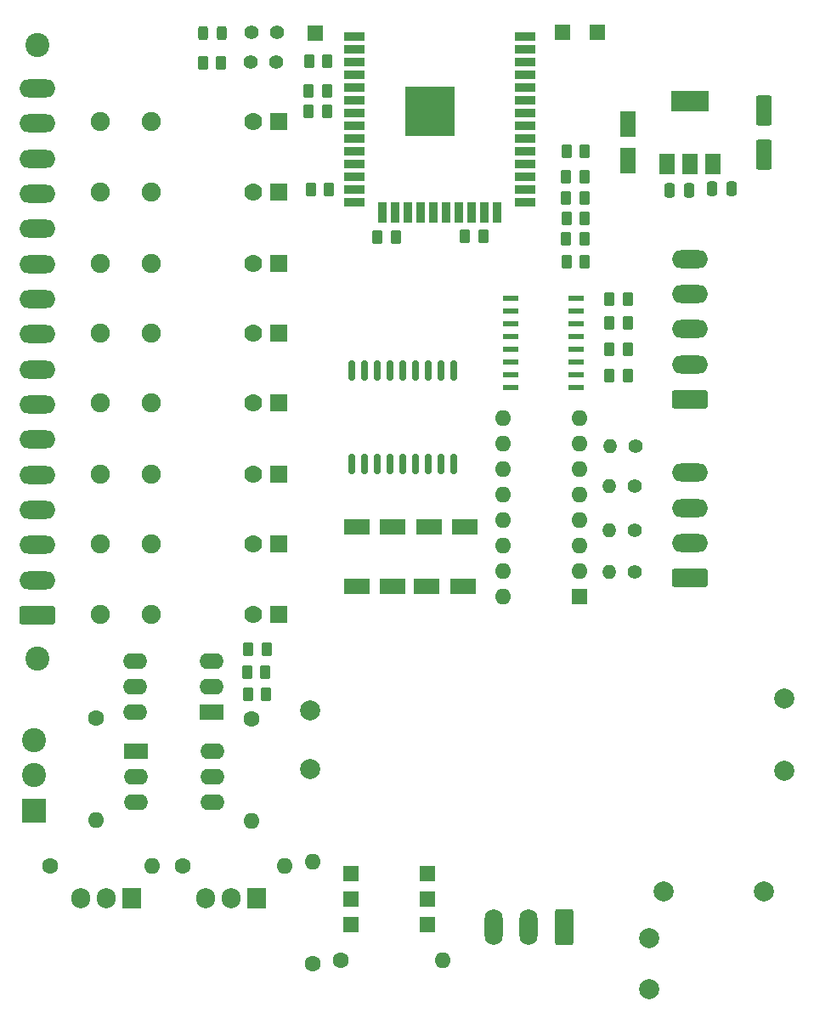
<source format=gbr>
%TF.GenerationSoftware,KiCad,Pcbnew,7.99.0-unknown-9f10c142c4~166~ubuntu22.04.1*%
%TF.CreationDate,2023-02-17T16:36:42+01:00*%
%TF.ProjectId,int_out,696e745f-6f75-4742-9e6b-696361645f70,rev?*%
%TF.SameCoordinates,Original*%
%TF.FileFunction,Soldermask,Top*%
%TF.FilePolarity,Negative*%
%FSLAX46Y46*%
G04 Gerber Fmt 4.6, Leading zero omitted, Abs format (unit mm)*
G04 Created by KiCad (PCBNEW 7.99.0-unknown-9f10c142c4~166~ubuntu22.04.1) date 2023-02-17 16:36:42*
%MOMM*%
%LPD*%
G01*
G04 APERTURE LIST*
G04 Aperture macros list*
%AMRoundRect*
0 Rectangle with rounded corners*
0 $1 Rounding radius*
0 $2 $3 $4 $5 $6 $7 $8 $9 X,Y pos of 4 corners*
0 Add a 4 corners polygon primitive as box body*
4,1,4,$2,$3,$4,$5,$6,$7,$8,$9,$2,$3,0*
0 Add four circle primitives for the rounded corners*
1,1,$1+$1,$2,$3*
1,1,$1+$1,$4,$5*
1,1,$1+$1,$6,$7*
1,1,$1+$1,$8,$9*
0 Add four rect primitives between the rounded corners*
20,1,$1+$1,$2,$3,$4,$5,0*
20,1,$1+$1,$4,$5,$6,$7,0*
20,1,$1+$1,$6,$7,$8,$9,0*
20,1,$1+$1,$8,$9,$2,$3,0*%
G04 Aperture macros list end*
%ADD10RoundRect,0.250000X-0.262500X-0.450000X0.262500X-0.450000X0.262500X0.450000X-0.262500X0.450000X0*%
%ADD11RoundRect,0.250000X1.050000X0.550000X-1.050000X0.550000X-1.050000X-0.550000X1.050000X-0.550000X0*%
%ADD12RoundRect,0.250000X-0.250000X-0.475000X0.250000X-0.475000X0.250000X0.475000X-0.250000X0.475000X0*%
%ADD13R,1.500000X2.000000*%
%ADD14R,3.800000X2.000000*%
%ADD15C,1.600000*%
%ADD16O,1.600000X1.600000*%
%ADD17RoundRect,0.243750X-0.243750X-0.456250X0.243750X-0.456250X0.243750X0.456250X-0.243750X0.456250X0*%
%ADD18RoundRect,0.250000X0.262500X0.450000X-0.262500X0.450000X-0.262500X-0.450000X0.262500X-0.450000X0*%
%ADD19RoundRect,0.150000X-0.150000X0.875000X-0.150000X-0.875000X0.150000X-0.875000X0.150000X0.875000X0*%
%ADD20C,2.000000*%
%ADD21C,1.400000*%
%ADD22O,1.400000X1.400000*%
%ADD23RoundRect,0.250000X1.550000X-0.650000X1.550000X0.650000X-1.550000X0.650000X-1.550000X-0.650000X0*%
%ADD24O,3.600000X1.800000*%
%ADD25R,1.500000X1.500000*%
%ADD26RoundRect,0.250000X-0.550000X1.250000X-0.550000X-1.250000X0.550000X-1.250000X0.550000X1.250000X0*%
%ADD27R,1.778000X1.778000*%
%ADD28C,1.778000*%
%ADD29C,1.900000*%
%ADD30RoundRect,0.250000X-0.550000X1.050000X-0.550000X-1.050000X0.550000X-1.050000X0.550000X1.050000X0*%
%ADD31R,2.400000X2.400000*%
%ADD32C,2.400000*%
%ADD33R,1.600000X1.600000*%
%ADD34RoundRect,0.250000X0.250000X0.475000X-0.250000X0.475000X-0.250000X-0.475000X0.250000X-0.475000X0*%
%ADD35R,2.400000X1.600000*%
%ADD36O,2.400000X1.600000*%
%ADD37RoundRect,0.137500X0.662500X0.137500X-0.662500X0.137500X-0.662500X-0.137500X0.662500X-0.137500X0*%
%ADD38R,1.905000X2.000000*%
%ADD39O,1.905000X2.000000*%
%ADD40RoundRect,0.250000X0.650000X1.550000X-0.650000X1.550000X-0.650000X-1.550000X0.650000X-1.550000X0*%
%ADD41O,1.800000X3.600000*%
%ADD42R,2.000000X0.900000*%
%ADD43R,0.900000X2.000000*%
%ADD44R,5.000000X5.000000*%
G04 APERTURE END LIST*
D10*
%TO.C,R13*%
X131675000Y-58900000D03*
X133500000Y-58900000D03*
%TD*%
D11*
%TO.C,C2*%
X114400000Y-97600000D03*
X110800000Y-97600000D03*
%TD*%
D12*
%TO.C,C6*%
X146250000Y-58000000D03*
X148150000Y-58000000D03*
%TD*%
D13*
%TO.C,U5*%
X141699999Y-55549999D03*
X143999999Y-55549999D03*
D14*
X143999999Y-49249999D03*
D13*
X146299999Y-55549999D03*
%TD*%
D15*
%TO.C,R1*%
X93470000Y-125450000D03*
D16*
X103629999Y-125449999D03*
%TD*%
D17*
%TO.C,D1*%
X95475000Y-42500000D03*
X97350000Y-42500000D03*
%TD*%
D18*
%TO.C,R15*%
X114712500Y-62800000D03*
X112887500Y-62800000D03*
%TD*%
D11*
%TO.C,C3*%
X121600000Y-91694000D03*
X118000000Y-91694000D03*
%TD*%
D10*
%TO.C,R11*%
X106237500Y-58050000D03*
X108062500Y-58050000D03*
%TD*%
%TO.C,R20*%
X95475000Y-45450000D03*
X97300000Y-45450000D03*
%TD*%
%TO.C,R24*%
X135975000Y-71400000D03*
X137800000Y-71400000D03*
%TD*%
D19*
%TO.C,U7*%
X120480000Y-76150000D03*
X119210000Y-76150000D03*
X117940000Y-76150000D03*
X116670000Y-76150000D03*
X115400000Y-76150000D03*
X114130000Y-76150000D03*
X112860000Y-76150000D03*
X111590000Y-76150000D03*
X110320000Y-76150000D03*
X110320000Y-85450000D03*
X111590000Y-85450000D03*
X112860000Y-85450000D03*
X114130000Y-85450000D03*
X115400000Y-85450000D03*
X116670000Y-85450000D03*
X117940000Y-85450000D03*
X119210000Y-85450000D03*
X120480000Y-85450000D03*
%TD*%
D20*
%TO.C,C8*%
X151400000Y-128000000D03*
X141400000Y-128000000D03*
%TD*%
D15*
%TO.C,R2*%
X80220000Y-125450000D03*
D16*
X90379999Y-125449999D03*
%TD*%
D20*
%TO.C,F1*%
X139954000Y-132715000D03*
X139954000Y-137795000D03*
%TD*%
D15*
%TO.C,R3*%
X84800000Y-110720000D03*
D16*
X84799999Y-120879999D03*
%TD*%
D15*
%TO.C,R10*%
X109220000Y-134874000D03*
D16*
X119379999Y-134873999D03*
%TD*%
D20*
%TO.C,H1*%
X153425000Y-108800000D03*
%TD*%
D18*
%TO.C,R7*%
X101712500Y-106200000D03*
X99887500Y-106200000D03*
%TD*%
D21*
%TO.C,R27*%
X138507000Y-92075000D03*
D22*
X135966999Y-92074999D03*
%TD*%
D11*
%TO.C,C1*%
X121400000Y-97600000D03*
X117800000Y-97600000D03*
%TD*%
D23*
%TO.C,J4*%
X144000000Y-96800000D03*
D24*
X143999999Y-93299999D03*
X143999999Y-89799999D03*
X143999999Y-86299999D03*
%TD*%
D18*
%TO.C,R8*%
X101825000Y-103850000D03*
X100000000Y-103850000D03*
%TD*%
D25*
%TO.C,TP2*%
X131299999Y-42449999D03*
%TD*%
D26*
%TO.C,C9*%
X151400000Y-50200000D03*
X151400000Y-54600000D03*
%TD*%
D21*
%TO.C,R28*%
X138507000Y-87630000D03*
D22*
X135966999Y-87629999D03*
%TD*%
D15*
%TO.C,R5*%
X100350000Y-110840000D03*
D16*
X100349999Y-120999999D03*
%TD*%
D10*
%TO.C,R19*%
X106037500Y-45275000D03*
X107862500Y-45275000D03*
%TD*%
D18*
%TO.C,R17*%
X133487500Y-56825000D03*
X131662500Y-56825000D03*
%TD*%
%TO.C,R18*%
X133500000Y-63000000D03*
X131675000Y-63000000D03*
%TD*%
D27*
%TO.C,K1*%
X103009999Y-51322499D03*
D28*
X100470000Y-51322500D03*
D29*
X90310000Y-51322500D03*
X85230000Y-51322500D03*
%TD*%
D30*
%TO.C,C5*%
X137800000Y-51600000D03*
X137800000Y-55200000D03*
%TD*%
D10*
%TO.C,R14*%
X131700000Y-54250000D03*
X133525000Y-54250000D03*
%TD*%
D31*
%TO.C,J1*%
X78649999Y-119949999D03*
D32*
X78650000Y-116450000D03*
X78650000Y-112950000D03*
%TD*%
D18*
%TO.C,R30*%
X107850000Y-48275000D03*
X106025000Y-48275000D03*
%TD*%
D32*
%TO.C,J2*%
X78992500Y-104800000D03*
X78992500Y-43700000D03*
D23*
X78992500Y-100500000D03*
D24*
X78992499Y-96999999D03*
X78992499Y-93499999D03*
X78992499Y-89999999D03*
X78992499Y-86499999D03*
X78992499Y-82999999D03*
X78992499Y-79499999D03*
X78992499Y-75999999D03*
X78992499Y-72499999D03*
X78992499Y-68999999D03*
X78992499Y-65499999D03*
X78992499Y-61999999D03*
X78992499Y-58499999D03*
X78992499Y-54999999D03*
X78992499Y-51499999D03*
X78992499Y-47999999D03*
%TD*%
D33*
%TO.C,U1*%
X110235999Y-126237999D03*
X110235999Y-128777999D03*
X110235999Y-131317999D03*
X117855999Y-131317999D03*
X117855999Y-128777999D03*
X117855999Y-126237999D03*
%TD*%
D20*
%TO.C,H4*%
X106200000Y-115800000D03*
%TD*%
D34*
%TO.C,C7*%
X143900000Y-58200000D03*
X142000000Y-58200000D03*
%TD*%
D35*
%TO.C,U3*%
X96374999Y-110174999D03*
D36*
X96374999Y-107634999D03*
X96374999Y-105094999D03*
X88754999Y-105094999D03*
X88754999Y-107634999D03*
X88754999Y-110174999D03*
%TD*%
D35*
%TO.C,U2*%
X88774999Y-114074999D03*
D36*
X88774999Y-116614999D03*
X88774999Y-119154999D03*
X96394999Y-119154999D03*
X96394999Y-116614999D03*
X96394999Y-114074999D03*
%TD*%
D20*
%TO.C,H2*%
X153400000Y-116025000D03*
%TD*%
D10*
%TO.C,R23*%
X135975000Y-74000000D03*
X137800000Y-74000000D03*
%TD*%
D37*
%TO.C,U6*%
X132650000Y-77845000D03*
X132650000Y-76575000D03*
X132650000Y-75305000D03*
X132650000Y-74035000D03*
X132650000Y-72765000D03*
X132650000Y-71495000D03*
X132650000Y-70225000D03*
X132650000Y-68955000D03*
X126150000Y-68955000D03*
X126150000Y-70225000D03*
X126150000Y-71495000D03*
X126150000Y-72765000D03*
X126150000Y-74035000D03*
X126150000Y-75305000D03*
X126150000Y-76575000D03*
X126150000Y-77845000D03*
%TD*%
D10*
%TO.C,R22*%
X131712500Y-65300000D03*
X133537500Y-65300000D03*
%TD*%
D27*
%TO.C,K3*%
X103009999Y-65422499D03*
D28*
X100470000Y-65422500D03*
D29*
X90310000Y-65422500D03*
X85230000Y-65422500D03*
%TD*%
D38*
%TO.C,Q2*%
X100839999Y-128654999D03*
D39*
X98299999Y-128654999D03*
X95759999Y-128654999D03*
%TD*%
D21*
%TO.C,JP1*%
X102900000Y-42400000D03*
X100360000Y-42400000D03*
%TD*%
D27*
%TO.C,K2*%
X103009999Y-58322499D03*
D28*
X100470000Y-58322500D03*
D29*
X90310000Y-58322500D03*
X85230000Y-58322500D03*
%TD*%
D21*
%TO.C,R26*%
X138507000Y-96200000D03*
D22*
X135966999Y-96199999D03*
%TD*%
D15*
%TO.C,R9*%
X106426000Y-135255000D03*
D16*
X106425999Y-125094999D03*
%TD*%
D10*
%TO.C,R21*%
X135975000Y-76600000D03*
X137800000Y-76600000D03*
%TD*%
D33*
%TO.C,U8*%
X132999999Y-98674999D03*
D16*
X132999999Y-96134999D03*
X132999999Y-93594999D03*
X132999999Y-91054999D03*
X132999999Y-88514999D03*
X132999999Y-85974999D03*
X132999999Y-83434999D03*
X132999999Y-80894999D03*
X125379999Y-80894999D03*
X125379999Y-83434999D03*
X125379999Y-85974999D03*
X125379999Y-88514999D03*
X125379999Y-91054999D03*
X125379999Y-93594999D03*
X125379999Y-96134999D03*
X125379999Y-98674999D03*
%TD*%
D40*
%TO.C,J5*%
X131445000Y-131572000D03*
D41*
X127944999Y-131571999D03*
X124444999Y-131571999D03*
%TD*%
D18*
%TO.C,R6*%
X107837500Y-50250000D03*
X106012500Y-50250000D03*
%TD*%
D25*
%TO.C,TP1*%
X134799999Y-42399999D03*
%TD*%
D27*
%TO.C,K8*%
X103009999Y-100422499D03*
D28*
X100470000Y-100422500D03*
D29*
X90310000Y-100422500D03*
X85230000Y-100422500D03*
%TD*%
D21*
%TO.C,JP2*%
X102750000Y-45400000D03*
X100210000Y-45400000D03*
%TD*%
D27*
%TO.C,K4*%
X103009999Y-72422499D03*
D28*
X100470000Y-72422500D03*
D29*
X90310000Y-72422500D03*
X85230000Y-72422500D03*
%TD*%
D23*
%TO.C,J3*%
X144000000Y-79000000D03*
D24*
X143999999Y-75499999D03*
X143999999Y-71999999D03*
X143999999Y-68499999D03*
X143999999Y-64999999D03*
%TD*%
D21*
%TO.C,R29*%
X138634000Y-83693000D03*
D22*
X136093999Y-83692999D03*
%TD*%
D10*
%TO.C,R12*%
X131700000Y-61000000D03*
X133525000Y-61000000D03*
%TD*%
D27*
%TO.C,K5*%
X103009999Y-79322499D03*
D28*
X100470000Y-79322500D03*
D29*
X90310000Y-79322500D03*
X85230000Y-79322500D03*
%TD*%
D10*
%TO.C,R25*%
X135975000Y-69000000D03*
X137800000Y-69000000D03*
%TD*%
D38*
%TO.C,Q1*%
X88349999Y-128699999D03*
D39*
X85809999Y-128699999D03*
X83269999Y-128699999D03*
%TD*%
D11*
%TO.C,C4*%
X114400000Y-91694000D03*
X110800000Y-91694000D03*
%TD*%
D42*
%TO.C,U4*%
X110599999Y-42819999D03*
X110599999Y-44089999D03*
X110599999Y-45359999D03*
X110599999Y-46629999D03*
X110599999Y-47899999D03*
X110599999Y-49169999D03*
X110599999Y-50439999D03*
X110599999Y-51709999D03*
X110599999Y-52979999D03*
X110599999Y-54249999D03*
X110599999Y-55519999D03*
X110599999Y-56789999D03*
X110599999Y-58059999D03*
X110599999Y-59329999D03*
D43*
X113384999Y-60329999D03*
X114654999Y-60329999D03*
X115924999Y-60329999D03*
X117194999Y-60329999D03*
X118464999Y-60329999D03*
X119734999Y-60329999D03*
X121004999Y-60329999D03*
X122274999Y-60329999D03*
X123544999Y-60329999D03*
X124814999Y-60329999D03*
D42*
X127599999Y-59329999D03*
X127599999Y-58059999D03*
X127599999Y-56789999D03*
X127599999Y-55519999D03*
X127599999Y-54249999D03*
X127599999Y-52979999D03*
X127599999Y-51709999D03*
X127599999Y-50439999D03*
X127599999Y-49169999D03*
X127599999Y-47899999D03*
X127599999Y-46629999D03*
X127599999Y-45359999D03*
X127599999Y-44089999D03*
X127599999Y-42819999D03*
D44*
X118099999Y-50319999D03*
%TD*%
D18*
%TO.C,R4*%
X101800000Y-108400000D03*
X99975000Y-108400000D03*
%TD*%
D20*
%TO.C,H3*%
X106175000Y-109975000D03*
%TD*%
D27*
%TO.C,K7*%
X103009999Y-93422499D03*
D28*
X100470000Y-93422500D03*
D29*
X90310000Y-93422500D03*
X85230000Y-93422500D03*
%TD*%
D25*
%TO.C,TP3*%
X106649999Y-42499999D03*
%TD*%
D27*
%TO.C,K6*%
X103009999Y-86422499D03*
D28*
X100470000Y-86422500D03*
D29*
X90310000Y-86422500D03*
X85230000Y-86422500D03*
%TD*%
D10*
%TO.C,R16*%
X121587500Y-62700000D03*
X123412500Y-62700000D03*
%TD*%
M02*

</source>
